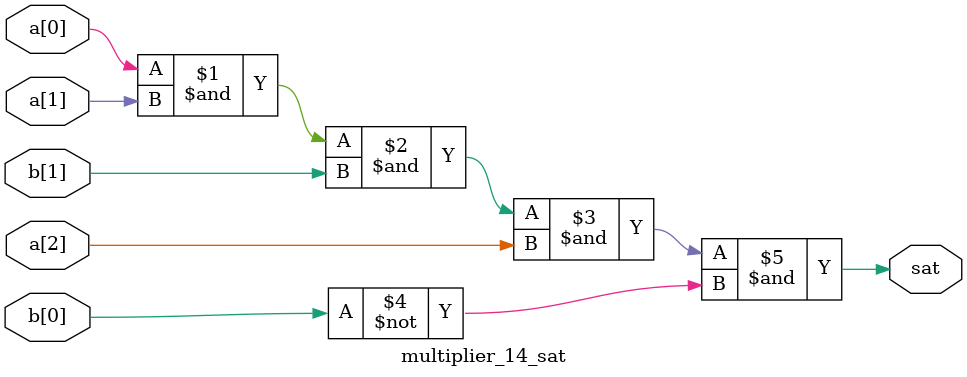
<source format=v>

module multiplier_14_sat ( 
    \a[0] , \a[1] , \a[2] , \b[0] , \b[1] ,
    sat  );
  input  \a[0] , \a[1] , \a[2] , \b[0] , \b[1] ;
  output sat;
  assign sat = \a[0]  & \a[1]  & \b[1]  & \a[2]  & ~\b[0] ;
endmodule



</source>
